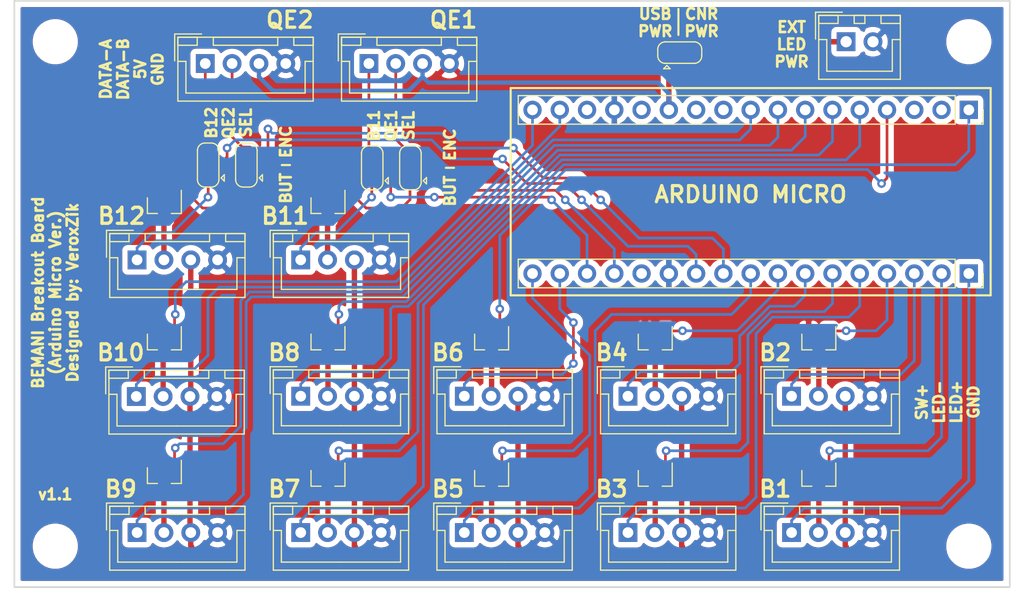
<source format=kicad_pcb>
(kicad_pcb (version 20171130) (host pcbnew "(5.1.2)-2")
  (layers (0 F.Cu signal) (31 B.Cu signal) (34 B.Paste user) (35 F.Paste user) (36 B.SilkS user) (37 F.SilkS user) (38 B.Mask user) (39 F.Mask user) (44 Edge.Cuts user))
  (net 0 "")
  (net 1 GND)
  (net 2 /B7LED)
  (net 3 /B6LED)
  (net 4 /B5LED)
  (net 5 /B4LED)
  (net 6 /B3LED)
  (net 7 /B2LED)
  (net 8 /B1LED)
  (net 9 /B9LED)
  (net 10 /B8LED)
  (net 11 /QE1B)
  (net 12 /PIN0)
  (net 13 /PIN1)
  (net 14 /QE1A)
  (net 15 /B8)
  (net 16 +12V)
  (net 17 /LED+)
  (net 18 /B4)
  (net 19 +5V)
  (net 20 /B9)
  (net 21 /B7)
  (net 22 /B6)
  (net 23 /B3)
  (net 24 /B2)
  (net 25 /B1)
  (net 26 /QE2A)
  (net 27 /QE2B)
  (net 28 /B5)
  (net 29 /PIN3)
  (net 30 /PIN2)
  (net 31 "Net-(J11-Pad2)")
  (net 32 "Net-(J9-Pad2)")
  (net 33 "Net-(J8-Pad2)")
  (net 34 "Net-(J6-Pad2)")
  (net 35 "Net-(J5-Pad2)")
  (net 36 "Net-(J4-Pad2)")
  (net 37 "Net-(J3-Pad2)")
  (net 38 "Net-(J14-Pad2)")
  (net 39 "Net-(J12-Pad2)")
  (net 40 /B12LED)
  (net 41 /B10LED)
  (net 42 "Net-(J16-Pad2)")
  (net 43 "Net-(J17-Pad2)")
  (net 44 /B11LED)
  (net 45 "Net-(J18-Pad2)")
  (net 46 /B12)
  (net 47 /B11)
  (net 48 /B10)
  (net 49 "Net-(J7-Pad11)")
  (net 50 "Net-(J7-Pad10)")
  (net 51 "Net-(J7-Pad3)")
  (net 52 +3V3)
  (net 53 "Net-(J10-Pad13)")
  (net 54 "Net-(J7-Pad13)")
  (net 55 "Net-(J7-Pad15)")
  (module Connector_PinSocket_2.54mm:PinSocket_1x17_P2.54mm_Vertical (layer F.Cu) (at 191.77 97.79 270)
    (fp_text reference J7 hide)
    (fp_text value Conn_01x17)
    (pad 17 thru_hole oval (at 0 40.64 270) (size 1.7 1.7) (drill 1) (layers *.Cu *.Mask) (net 41 /B10LED))
    (pad 16 thru_hole oval (at 0 38.1 270) (size 1.7 1.7) (drill 1) (layers *.Cu *.Mask) (net 48 /B10))
    (pad 15 thru_hole oval (at 0 35.56 270) (size 1.7 1.7) (drill 1) (layers *.Cu *.Mask) (net 55 "Net-(J7-Pad15)"))
    (pad 14 thru_hole oval (at 0 33.02 270) (size 1.7 1.7) (drill 1) (layers *.Cu *.Mask) (net 1 GND))
    (pad 13 thru_hole oval (at 0 30.48 270) (size 1.7 1.7) (drill 1) (layers *.Cu *.Mask) (net 54 "Net-(J7-Pad13)"))
    (pad 12 thru_hole oval (at 0 27.94 270) (size 1.7 1.7) (drill 1) (layers *.Cu *.Mask) (net 19 +5V))
    (pad 11 thru_hole oval (at 0 25.4 270) (size 1.7 1.7) (drill 1) (layers *.Cu *.Mask) (net 49 "Net-(J7-Pad11)"))
    (pad 10 thru_hole oval (at 0 22.86 270) (size 1.7 1.7) (drill 1) (layers *.Cu *.Mask) (net 50 "Net-(J7-Pad10)"))
    (pad 9 thru_hole oval (at 0 20.32 270) (size 1.7 1.7) (drill 1) (layers *.Cu *.Mask) (net 9 /B9LED))
    (pad 8 thru_hole oval (at 0 17.78 270) (size 1.7 1.7) (drill 1) (layers *.Cu *.Mask) (net 20 /B9))
    (pad 7 thru_hole oval (at 0 15.24 270) (size 1.7 1.7) (drill 1) (layers *.Cu *.Mask) (net 10 /B8LED))
    (pad 6 thru_hole oval (at 0 12.7 270) (size 1.7 1.7) (drill 1) (layers *.Cu *.Mask) (net 15 /B8))
    (pad 5 thru_hole oval (at 0 10.16 270) (size 1.7 1.7) (drill 1) (layers *.Cu *.Mask) (net 2 /B7LED))
    (pad 4 thru_hole oval (at 0 7.62 270) (size 1.7 1.7) (drill 1) (layers *.Cu *.Mask) (net 3 /B6LED))
    (pad 3 thru_hole oval (at 0 5.08 270) (size 1.7 1.7) (drill 1) (layers *.Cu *.Mask) (net 51 "Net-(J7-Pad3)"))
    (pad 2 thru_hole oval (at 0 2.54 270) (size 1.7 1.7) (drill 1) (layers *.Cu *.Mask) (net 52 +3V3))
    (pad 1 thru_hole rect (at 0 0 270) (size 1.7 1.7) (drill 1) (layers *.Cu *.Mask) (net 21 /B7))
  )
  (module Connector_PinSocket_2.54mm:PinSocket_1x17_P2.54mm_Vertical (layer F.Cu) (at 191.77 113.03 270)
    (fp_text reference J10 hide)
    (fp_text value Conn_01x17)
    (pad 1 thru_hole rect (at 0 0 270) (size 1.7 1.7) (drill 1) (layers *.Cu *.Mask) (net 25 /B1))
    (pad 2 thru_hole oval (at 0 2.54 270) (size 1.7 1.7) (drill 1) (layers *.Cu *.Mask) (net 8 /B1LED))
    (pad 3 thru_hole oval (at 0 5.08 270) (size 1.7 1.7) (drill 1) (layers *.Cu *.Mask) (net 24 /B2))
    (pad 4 thru_hole oval (at 0 7.62 270) (size 1.7 1.7) (drill 1) (layers *.Cu *.Mask) (net 7 /B2LED))
    (pad 5 thru_hole oval (at 0 10.16 270) (size 1.7 1.7) (drill 1) (layers *.Cu *.Mask) (net 23 /B3))
    (pad 6 thru_hole oval (at 0 12.7 270) (size 1.7 1.7) (drill 1) (layers *.Cu *.Mask) (net 6 /B3LED))
    (pad 7 thru_hole oval (at 0 15.24 270) (size 1.7 1.7) (drill 1) (layers *.Cu *.Mask) (net 18 /B4))
    (pad 8 thru_hole oval (at 0 17.78 270) (size 1.7 1.7) (drill 1) (layers *.Cu *.Mask) (net 5 /B4LED))
    (pad 9 thru_hole oval (at 0 20.32 270) (size 1.7 1.7) (drill 1) (layers *.Cu *.Mask) (net 28 /B5))
    (pad 10 thru_hole oval (at 0 22.86 270) (size 1.7 1.7) (drill 1) (layers *.Cu *.Mask) (net 29 /PIN3))
    (pad 11 thru_hole oval (at 0 25.4 270) (size 1.7 1.7) (drill 1) (layers *.Cu *.Mask) (net 30 /PIN2))
    (pad 12 thru_hole oval (at 0 27.94 270) (size 1.7 1.7) (drill 1) (layers *.Cu *.Mask) (net 1 GND))
    (pad 13 thru_hole oval (at 0 30.48 270) (size 1.7 1.7) (drill 1) (layers *.Cu *.Mask) (net 53 "Net-(J10-Pad13)"))
    (pad 14 thru_hole oval (at 0 33.02 270) (size 1.7 1.7) (drill 1) (layers *.Cu *.Mask) (net 12 /PIN0))
    (pad 15 thru_hole oval (at 0 35.56 270) (size 1.7 1.7) (drill 1) (layers *.Cu *.Mask) (net 13 /PIN1))
    (pad 16 thru_hole oval (at 0 38.1 270) (size 1.7 1.7) (drill 1) (layers *.Cu *.Mask) (net 22 /B6))
    (pad 17 thru_hole oval (at 0 40.64 270) (size 1.7 1.7) (drill 1) (layers *.Cu *.Mask) (net 4 /B5LED))
  )
  (module Connectors_JST:JST_XH_B04B-XH-A_04x2.50mm_Straight (layer F.Cu) (at 114.3 111.76)
    (fp_text reference J17 hide)
    (fp_text value Conn_01x04)
    (pad 1 thru_hole rect (at 0 0) (size 1.75 1.75) (drill 1) (layers *.Cu *.Mask) (net 46 /B12))
    (pad 2 thru_hole circle (at 2.5 0) (size 1.75 1.75) (drill 1) (layers *.Cu *.Mask) (net 43 "Net-(J17-Pad2)"))
    (pad 3 thru_hole circle (at 5 0) (size 1.75 1.75) (drill 1) (layers *.Cu *.Mask) (net 17 /LED+))
    (pad 4 thru_hole circle (at 7.5 0) (size 1.75 1.75) (drill 1) (layers *.Cu *.Mask) (net 1 GND))
  )
  (module Connectors_JST:JST_XH_B04B-XH-A_04x2.50mm_Straight (layer F.Cu) (at 129.54 124.46)
    (fp_text reference J16 hide)
    (fp_text value Conn_01x04)
    (pad 4 thru_hole circle (at 7.5 0) (size 1.75 1.75) (drill 1) (layers *.Cu *.Mask) (net 1 GND))
    (pad 3 thru_hole circle (at 5 0) (size 1.75 1.75) (drill 1) (layers *.Cu *.Mask) (net 17 /LED+))
    (pad 2 thru_hole circle (at 2.5 0) (size 1.75 1.75) (drill 1) (layers *.Cu *.Mask) (net 42 "Net-(J16-Pad2)"))
    (pad 1 thru_hole rect (at 0 0) (size 1.75 1.75) (drill 1) (layers *.Cu *.Mask) (net 15 /B8))
  )
  (module Connectors_JST:JST_XH_B04B-XH-A_04x2.50mm_Straight (layer F.Cu) (at 114.227001 124.483001)
    (fp_text reference J14 hide)
    (fp_text value Conn_01x04)
    (pad 1 thru_hole rect (at 0 0) (size 1.75 1.75) (drill 1) (layers *.Cu *.Mask) (net 48 /B10))
    (pad 2 thru_hole circle (at 2.5 0) (size 1.75 1.75) (drill 1) (layers *.Cu *.Mask) (net 38 "Net-(J14-Pad2)"))
    (pad 3 thru_hole circle (at 5 0) (size 1.75 1.75) (drill 1) (layers *.Cu *.Mask) (net 17 /LED+))
    (pad 4 thru_hole circle (at 7.5 0) (size 1.75 1.75) (drill 1) (layers *.Cu *.Mask) (net 1 GND))
  )
  (module Connectors_JST:JST_XH_B04B-XH-A_04x2.50mm_Straight (layer F.Cu) (at 129.54 111.76)
    (fp_text reference J12 hide)
    (fp_text value Conn_01x04)
    (pad 4 thru_hole circle (at 7.5 0) (size 1.75 1.75) (drill 1) (layers *.Cu *.Mask) (net 1 GND))
    (pad 3 thru_hole circle (at 5 0) (size 1.75 1.75) (drill 1) (layers *.Cu *.Mask) (net 17 /LED+))
    (pad 2 thru_hole circle (at 2.5 0) (size 1.75 1.75) (drill 1) (layers *.Cu *.Mask) (net 39 "Net-(J12-Pad2)"))
    (pad 1 thru_hole rect (at 0 0) (size 1.75 1.75) (drill 1) (layers *.Cu *.Mask) (net 47 /B11))
  )
  (module TO_SOT_Packages_SMD:SOT-23 (layer F.Cu) (at 116.84 119.38 270)
    (fp_text reference Q9 hide)
    (fp_text value Si2302CDS)
    (pad 1 smd rect (at -1 -0.95 270) (size 0.9 0.8) (layers F.Cu F.Paste F.Mask) (net 41 /B10LED))
    (pad 2 smd rect (at -1 0.95 270) (size 0.9 0.8) (layers F.Cu F.Paste F.Mask) (net 1 GND))
    (pad 3 smd rect (at 1 0 270) (size 0.9 0.8) (layers F.Cu F.Paste F.Mask) (net 38 "Net-(J14-Pad2)"))
  )
  (module TO_SOT_Packages_SMD:SOT-23 (layer F.Cu) (at 116.84 131.826 270)
    (fp_text reference Q12 hide)
    (fp_text value Si2302CDS)
    (pad 3 smd rect (at 1 0 270) (size 0.9 0.8) (layers F.Cu F.Paste F.Mask) (net 45 "Net-(J18-Pad2)"))
    (pad 2 smd rect (at -1 0.95 270) (size 0.9 0.8) (layers F.Cu F.Paste F.Mask) (net 1 GND))
    (pad 1 smd rect (at -1 -0.95 270) (size 0.9 0.8) (layers F.Cu F.Paste F.Mask) (net 9 /B9LED))
  )
  (module TO_SOT_Packages_SMD:SOT-23 (layer F.Cu) (at 116.84 106.68 270)
    (fp_text reference Q11 hide)
    (fp_text value Si2302CDS)
    (pad 1 smd rect (at -1 -0.95 270) (size 0.9 0.8) (layers F.Cu F.Paste F.Mask) (net 40 /B12LED))
    (pad 2 smd rect (at -1 0.95 270) (size 0.9 0.8) (layers F.Cu F.Paste F.Mask) (net 1 GND))
    (pad 3 smd rect (at 1 0 270) (size 0.9 0.8) (layers F.Cu F.Paste F.Mask) (net 43 "Net-(J17-Pad2)"))
  )
  (module TO_SOT_Packages_SMD:SOT-23 (layer F.Cu) (at 132.08 106.68 270)
    (fp_text reference Q8 hide)
    (fp_text value Si2302CDS)
    (pad 3 smd rect (at 1 0 270) (size 0.9 0.8) (layers F.Cu F.Paste F.Mask) (net 39 "Net-(J12-Pad2)"))
    (pad 2 smd rect (at -1 0.95 270) (size 0.9 0.8) (layers F.Cu F.Paste F.Mask) (net 1 GND))
    (pad 1 smd rect (at -1 -0.95 270) (size 0.9 0.8) (layers F.Cu F.Paste F.Mask) (net 44 /B11LED))
  )
  (module Jumper:SolderJumper-3_P1.3mm_Open_RoundedPad1.0x1.5mm (layer F.Cu) (at 124.477356 102.927742 90)
    (fp_text reference JP5 hide)
    (fp_text value SolderJumper_3_Open)
    (pad 1 smd custom (at -1.3 0 90) (size 1 0.5) (layers F.Cu F.Mask) (net 40 /B12LED) (options (clearance outline) (anchor rect)) (primitives (gr_circle (center 0 0.25) (end 0.5 0.25) (width 0)) (gr_circle (center 0 -0.25) (end 0.5 -0.25) (width 0)) (gr_poly (pts (xy 0.55 -0.75) (xy 0 -0.75) (xy 0 0.75) (xy 0.55 0.75)) (width 0))))
    (pad 3 smd custom (at 1.3 0 90) (size 1 0.5) (layers F.Cu F.Mask) (net 27 /QE2B) (options (clearance outline) (anchor rect)) (primitives (gr_circle (center 0 0.25) (end 0.5 0.25) (width 0)) (gr_circle (center 0 -0.25) (end 0.5 -0.25) (width 0)) (gr_poly (pts (xy -0.55 -0.75) (xy 0 -0.75) (xy 0 0.75) (xy -0.55 0.75)) (width 0))))
    (pad 2 smd rect (at 0 0 90) (size 1 1.5) (layers F.Cu F.Mask) (net 29 /PIN3))
  )
  (module Connectors_JST:JST_XH_B02B-XH-A_02x2.50mm_Straight (layer F.Cu) (at 180.34 91.44)
    (fp_text reference J13 hide)
    (fp_text value Conn_01x02)
    (pad 2 thru_hole circle (at 2.5 0) (size 1.75 1.75) (drill 1.05) (layers *.Cu *.Mask) (net 1 GND))
    (pad 1 thru_hole rect (at 0 0) (size 1.75 1.75) (drill 1.05) (layers *.Cu *.Mask) (net 16 +12V))
  )
  (module Connectors_JST:JST_XH_B04B-XH-A_04x2.50mm_Straight (layer F.Cu) (at 144.78 137.16)
    (fp_text reference J8 hide)
    (fp_text value Conn_01x04)
    (pad 4 thru_hole circle (at 7.5 0) (size 1.75 1.75) (drill 1) (layers *.Cu *.Mask) (net 1 GND))
    (pad 3 thru_hole circle (at 5 0) (size 1.75 1.75) (drill 1) (layers *.Cu *.Mask) (net 17 /LED+))
    (pad 2 thru_hole circle (at 2.5 0) (size 1.75 1.75) (drill 1) (layers *.Cu *.Mask) (net 33 "Net-(J8-Pad2)"))
    (pad 1 thru_hole rect (at 0 0) (size 1.75 1.75) (drill 1) (layers *.Cu *.Mask) (net 28 /B5))
  )
  (module Connectors_JST:JST_XH_B04B-XH-A_04x2.50mm_Straight (layer F.Cu) (at 120.65 93.472)
    (fp_text reference J2 hide)
    (fp_text value Conn_01x04)
    (pad 4 thru_hole circle (at 7.5 0) (size 1.75 1.75) (drill 1) (layers *.Cu *.Mask) (net 1 GND))
    (pad 3 thru_hole circle (at 5 0) (size 1.75 1.75) (drill 1) (layers *.Cu *.Mask) (net 19 +5V))
    (pad 2 thru_hole circle (at 2.5 0) (size 1.75 1.75) (drill 1) (layers *.Cu *.Mask) (net 27 /QE2B))
    (pad 1 thru_hole rect (at 0 0) (size 1.75 1.75) (drill 1) (layers *.Cu *.Mask) (net 26 /QE2A))
  )
  (module Connectors_JST:JST_XH_B04B-XH-A_04x2.50mm_Straight (layer F.Cu) (at 175.26 137.16)
    (fp_text reference J3 hide)
    (fp_text value Conn_01x04)
    (pad 4 thru_hole circle (at 7.5 0) (size 1.75 1.75) (drill 1) (layers *.Cu *.Mask) (net 1 GND))
    (pad 3 thru_hole circle (at 5 0) (size 1.75 1.75) (drill 1) (layers *.Cu *.Mask) (net 17 /LED+))
    (pad 2 thru_hole circle (at 2.5 0) (size 1.75 1.75) (drill 1) (layers *.Cu *.Mask) (net 37 "Net-(J3-Pad2)"))
    (pad 1 thru_hole rect (at 0 0) (size 1.75 1.75) (drill 1) (layers *.Cu *.Mask) (net 25 /B1))
  )
  (module Connectors_JST:JST_XH_B04B-XH-A_04x2.50mm_Straight (layer F.Cu) (at 175.26 124.46)
    (fp_text reference J4 hide)
    (fp_text value Conn_01x04)
    (pad 1 thru_hole rect (at 0 0) (size 1.75 1.75) (drill 1) (layers *.Cu *.Mask) (net 24 /B2))
    (pad 2 thru_hole circle (at 2.5 0) (size 1.75 1.75) (drill 1) (layers *.Cu *.Mask) (net 36 "Net-(J4-Pad2)"))
    (pad 3 thru_hole circle (at 5 0) (size 1.75 1.75) (drill 1) (layers *.Cu *.Mask) (net 17 /LED+))
    (pad 4 thru_hole circle (at 7.5 0) (size 1.75 1.75) (drill 1) (layers *.Cu *.Mask) (net 1 GND))
  )
  (module Connectors_JST:JST_XH_B04B-XH-A_04x2.50mm_Straight (layer F.Cu) (at 160.02 137.16)
    (fp_text reference J5 hide)
    (fp_text value Conn_01x04)
    (pad 4 thru_hole circle (at 7.5 0) (size 1.75 1.75) (drill 1) (layers *.Cu *.Mask) (net 1 GND))
    (pad 3 thru_hole circle (at 5 0) (size 1.75 1.75) (drill 1) (layers *.Cu *.Mask) (net 17 /LED+))
    (pad 2 thru_hole circle (at 2.5 0) (size 1.75 1.75) (drill 1) (layers *.Cu *.Mask) (net 35 "Net-(J5-Pad2)"))
    (pad 1 thru_hole rect (at 0 0) (size 1.75 1.75) (drill 1) (layers *.Cu *.Mask) (net 23 /B3))
  )
  (module Connectors_JST:JST_XH_B04B-XH-A_04x2.50mm_Straight (layer F.Cu) (at 144.78 124.46)
    (fp_text reference J9 hide)
    (fp_text value Conn_01x04)
    (pad 1 thru_hole rect (at 0 0) (size 1.75 1.75) (drill 1) (layers *.Cu *.Mask) (net 22 /B6))
    (pad 2 thru_hole circle (at 2.5 0) (size 1.75 1.75) (drill 1) (layers *.Cu *.Mask) (net 32 "Net-(J9-Pad2)"))
    (pad 3 thru_hole circle (at 5 0) (size 1.75 1.75) (drill 1) (layers *.Cu *.Mask) (net 17 /LED+))
    (pad 4 thru_hole circle (at 7.5 0) (size 1.75 1.75) (drill 1) (layers *.Cu *.Mask) (net 1 GND))
  )
  (module Connectors_JST:JST_XH_B04B-XH-A_04x2.50mm_Straight (layer F.Cu) (at 129.54 137.16)
    (fp_text reference J11 hide)
    (fp_text value Conn_01x04)
    (pad 4 thru_hole circle (at 7.5 0) (size 1.75 1.75) (drill 1) (layers *.Cu *.Mask) (net 1 GND))
    (pad 3 thru_hole circle (at 5 0) (size 1.75 1.75) (drill 1) (layers *.Cu *.Mask) (net 17 /LED+))
    (pad 2 thru_hole circle (at 2.5 0) (size 1.75 1.75) (drill 1) (layers *.Cu *.Mask) (net 31 "Net-(J11-Pad2)"))
    (pad 1 thru_hole rect (at 0 0) (size 1.75 1.75) (drill 1) (layers *.Cu *.Mask) (net 21 /B7))
  )
  (module Connectors_JST:JST_XH_B04B-XH-A_04x2.50mm_Straight (layer F.Cu) (at 114.3 137.16)
    (fp_text reference J18 hide)
    (fp_text value Conn_01x04)
    (pad 4 thru_hole circle (at 7.5 0) (size 1.75 1.75) (drill 1) (layers *.Cu *.Mask) (net 1 GND))
    (pad 3 thru_hole circle (at 5 0) (size 1.75 1.75) (drill 1) (layers *.Cu *.Mask) (net 17 /LED+))
    (pad 2 thru_hole circle (at 2.5 0) (size 1.75 1.75) (drill 1) (layers *.Cu *.Mask) (net 45 "Net-(J18-Pad2)"))
    (pad 1 thru_hole rect (at 0 0) (size 1.75 1.75) (drill 1) (layers *.Cu *.Mask) (net 20 /B9))
  )
  (module Connectors_JST:JST_XH_B04B-XH-A_04x2.50mm_Straight (layer F.Cu) (at 135.89 93.472)
    (fp_text reference J1 hide)
    (fp_text value Conn_01x04)
    (pad 1 thru_hole rect (at 0 0) (size 1.75 1.75) (drill 1) (layers *.Cu *.Mask) (net 14 /QE1A))
    (pad 2 thru_hole circle (at 2.5 0) (size 1.75 1.75) (drill 1) (layers *.Cu *.Mask) (net 11 /QE1B))
    (pad 3 thru_hole circle (at 5 0) (size 1.75 1.75) (drill 1) (layers *.Cu *.Mask) (net 19 +5V))
    (pad 4 thru_hole circle (at 7.5 0) (size 1.75 1.75) (drill 1) (layers *.Cu *.Mask) (net 1 GND))
  )
  (module Connectors_JST:JST_XH_B04B-XH-A_04x2.50mm_Straight (layer F.Cu) (at 160.02 124.46)
    (fp_text reference J6 hide)
    (fp_text value Conn_01x04)
    (pad 4 thru_hole circle (at 7.5 0) (size 1.75 1.75) (drill 1) (layers *.Cu *.Mask) (net 1 GND))
    (pad 3 thru_hole circle (at 5 0) (size 1.75 1.75) (drill 1) (layers *.Cu *.Mask) (net 17 /LED+))
    (pad 2 thru_hole circle (at 2.5 0) (size 1.75 1.75) (drill 1) (layers *.Cu *.Mask) (net 34 "Net-(J6-Pad2)"))
    (pad 1 thru_hole rect (at 0 0) (size 1.75 1.75) (drill 1) (layers *.Cu *.Mask) (net 18 /B4))
  )
  (module Jumper:SolderJumper-3_P1.3mm_Open_RoundedPad1.0x1.5mm (layer F.Cu) (at 136.200666 103.187773 90)
    (fp_text reference JP2 hide)
    (fp_text value SolderJumper_3_Open)
    (pad 2 smd rect (at 0 0 90) (size 1 1.5) (layers F.Cu F.Mask) (net 13 /PIN1))
    (pad 3 smd custom (at 1.3 0 90) (size 1 0.5) (layers F.Cu F.Mask) (net 14 /QE1A) (options (clearance outline) (anchor rect)) (primitives (gr_circle (center 0 0.25) (end 0.5 0.25) (width 0)) (gr_circle (center 0 -0.25) (end 0.5 -0.25) (width 0)) (gr_poly (pts (xy -0.55 -0.75) (xy 0 -0.75) (xy 0 0.75) (xy -0.55 0.75)) (width 0))))
    (pad 1 smd custom (at -1.3 0 90) (size 1 0.5) (layers F.Cu F.Mask) (net 47 /B11) (options (clearance outline) (anchor rect)) (primitives (gr_circle (center 0 0.25) (end 0.5 0.25) (width 0)) (gr_circle (center 0 -0.25) (end 0.5 -0.25) (width 0)) (gr_poly (pts (xy 0.55 -0.75) (xy 0 -0.75) (xy 0 0.75) (xy 0.55 0.75)) (width 0))))
  )
  (module Jumper:SolderJumper-3_P1.3mm_Open_RoundedPad1.0x1.5mm (layer F.Cu) (at 164.846 92.456)
    (fp_text reference JP1 hide)
    (fp_text value SolderJumper_3_Open)
    (pad 1 smd custom (at -1.3 0) (size 1 0.5) (layers F.Cu F.Mask) (net 19 +5V) (options (clearance outline) (anchor rect)) (primitives (gr_circle (center 0 0.25) (end 0.5 0.25) (width 0)) (gr_circle (center 0 -0.25) (end 0.5 -0.25) (width 0)) (gr_poly (pts (xy 0.55 -0.75) (xy 0 -0.75) (xy 0 0.75) (xy 0.55 0.75)) (width 0))))
    (pad 3 smd custom (at 1.3 0) (size 1 0.5) (layers F.Cu F.Mask) (net 16 +12V) (options (clearance outline) (anchor rect)) (primitives (gr_circle (center 0 0.25) (end 0.5 0.25) (width 0)) (gr_circle (center 0 -0.25) (end 0.5 -0.25) (width 0)) (gr_poly (pts (xy -0.55 -0.75) (xy 0 -0.75) (xy 0 0.75) (xy -0.55 0.75)) (width 0))))
    (pad 2 smd rect (at 0 0) (size 1 1.5) (layers F.Cu F.Mask) (net 17 /LED+))
  )
  (module Jumper:SolderJumper-3_P1.3mm_Open_RoundedPad1.0x1.5mm (layer F.Cu) (at 120.921356 102.927742 90)
    (fp_text reference JP4 hide)
    (fp_text value SolderJumper_3_Open)
    (pad 2 smd rect (at 0 0 90) (size 1 1.5) (layers F.Cu F.Mask) (net 30 /PIN2))
    (pad 3 smd custom (at 1.3 0 90) (size 1 0.5) (layers F.Cu F.Mask) (net 26 /QE2A) (options (clearance outline) (anchor rect)) (primitives (gr_circle (center 0 0.25) (end 0.5 0.25) (width 0)) (gr_circle (center 0 -0.25) (end 0.5 -0.25) (width 0)) (gr_poly (pts (xy -0.55 -0.75) (xy 0 -0.75) (xy 0 0.75) (xy -0.55 0.75)) (width 0))))
    (pad 1 smd custom (at -1.3 0 90) (size 1 0.5) (layers F.Cu F.Mask) (net 46 /B12) (options (clearance outline) (anchor rect)) (primitives (gr_circle (center 0 0.25) (end 0.5 0.25) (width 0)) (gr_circle (center 0 -0.25) (end 0.5 -0.25) (width 0)) (gr_poly (pts (xy 0.55 -0.75) (xy 0 -0.75) (xy 0 0.75) (xy 0.55 0.75)) (width 0))))
  )
  (module Jumper:SolderJumper-3_P1.3mm_Open_RoundedPad1.0x1.5mm (layer F.Cu) (at 139.756666 103.187773 90)
    (fp_text reference JP3 hide)
    (fp_text value SolderJumper_3_Open)
    (pad 1 smd custom (at -1.3 0 90) (size 1 0.5) (layers F.Cu F.Mask) (net 44 /B11LED) (options (clearance outline) (anchor rect)) (primitives (gr_circle (center 0 0.25) (end 0.5 0.25) (width 0)) (gr_circle (center 0 -0.25) (end 0.5 -0.25) (width 0)) (gr_poly (pts (xy 0.55 -0.75) (xy 0 -0.75) (xy 0 0.75) (xy 0.55 0.75)) (width 0))))
    (pad 3 smd custom (at 1.3 0 90) (size 1 0.5) (layers F.Cu F.Mask) (net 11 /QE1B) (options (clearance outline) (anchor rect)) (primitives (gr_circle (center 0 0.25) (end 0.5 0.25) (width 0)) (gr_circle (center 0 -0.25) (end 0.5 -0.25) (width 0)) (gr_poly (pts (xy -0.55 -0.75) (xy 0 -0.75) (xy 0 0.75) (xy -0.55 0.75)) (width 0))))
    (pad 2 smd rect (at 0 0 90) (size 1 1.5) (layers F.Cu F.Mask) (net 12 /PIN0))
  )
  (module Mounting_Holes:MountingHole_3.2mm_M3 (layer F.Cu) (at 106.68 138.43)
    (fp_text reference MH1 hide)
    (fp_text value MountingHole)
    (pad 1 np_thru_hole circle (at 0 0) (size 3.2 3.2) (drill 3.2) (layers *.Cu *.Mask))
  )
  (module Mounting_Holes:MountingHole_3.2mm_M3 (layer F.Cu) (at 106.68 91.44)
    (fp_text reference MH2 hide)
    (fp_text value MountingHole)
    (pad 1 np_thru_hole circle (at 0 0) (size 3.2 3.2) (drill 3.2) (layers *.Cu *.Mask))
  )
  (module Mounting_Holes:MountingHole_3.2mm_M3 (layer F.Cu) (at 191.77 138.43)
    (fp_text reference MH3 hide)
    (fp_text value MountingHole)
    (pad 1 np_thru_hole circle (at 0 0) (size 3.2 3.2) (drill 3.2) (layers *.Cu *.Mask))
  )
  (module Mounting_Holes:MountingHole_3.2mm_M3 (layer F.Cu) (at 191.77 91.44)
    (fp_text reference MH4 hide)
    (fp_text value MountingHole)
    (pad 1 np_thru_hole circle (at 0 0) (size 3.2 3.2) (drill 3.2) (layers *.Cu *.Mask))
  )
  (module TO_SOT_Packages_SMD:SOT-23 (layer F.Cu) (at 132.08 119.38 270)
    (fp_text reference Q10 hide)
    (fp_text value Si2302CDS)
    (pad 3 smd rect (at 1 0 270) (size 0.9 0.8) (layers F.Cu F.Paste F.Mask) (net 42 "Net-(J16-Pad2)"))
    (pad 2 smd rect (at -1 0.95 270) (size 0.9 0.8) (layers F.Cu F.Paste F.Mask) (net 1 GND))
    (pad 1 smd rect (at -1 -0.95 270) (size 0.9 0.8) (layers F.Cu F.Paste F.Mask) (net 10 /B8LED))
  )
  (module TO_SOT_Packages_SMD:SOT-23 (layer F.Cu) (at 177.8 132.08 270)
    (fp_text reference Q1 hide)
    (fp_text value Si2302CDS)
    (pad 3 smd rect (at 1 0 270) (size 0.9 0.8) (layers F.Cu F.Paste F.Mask) (net 37 "Net-(J3-Pad2)"))
    (pad 2 smd rect (at -1 0.95 270) (size 0.9 0.8) (layers F.Cu F.Paste F.Mask) (net 1 GND))
    (pad 1 smd rect (at -1 -0.95 270) (size 0.9 0.8) (layers F.Cu F.Paste F.Mask) (net 8 /B1LED))
  )
  (module TO_SOT_Packages_SMD:SOT-23 (layer F.Cu) (at 177.8 119.38 270)
    (fp_text reference Q2 hide)
    (fp_text value Si2302CDS)
    (pad 1 smd rect (at -1 -0.95 270) (size 0.9 0.8) (layers F.Cu F.Paste F.Mask) (net 7 /B2LED))
    (pad 2 smd rect (at -1 0.95 270) (size 0.9 0.8) (layers F.Cu F.Paste F.Mask) (net 1 GND))
    (pad 3 smd rect (at 1 0 270) (size 0.9 0.8) (layers F.Cu F.Paste F.Mask) (net 36 "Net-(J4-Pad2)"))
  )
  (module TO_SOT_Packages_SMD:SOT-23 (layer F.Cu) (at 162.56 132.08 270)
    (fp_text reference Q3 hide)
    (fp_text value Si2302CDS)
    (pad 3 smd rect (at 1 0 270) (size 0.9 0.8) (layers F.Cu F.Paste F.Mask) (net 35 "Net-(J5-Pad2)"))
    (pad 2 smd rect (at -1 0.95 270) (size 0.9 0.8) (layers F.Cu F.Paste F.Mask) (net 1 GND))
    (pad 1 smd rect (at -1 -0.95 270) (size 0.9 0.8) (layers F.Cu F.Paste F.Mask) (net 6 /B3LED))
  )
  (module TO_SOT_Packages_SMD:SOT-23 (layer F.Cu) (at 162.56 119.38 270)
    (fp_text reference Q4 hide)
    (fp_text value Si2302CDS)
    (pad 1 smd rect (at -1 -0.95 270) (size 0.9 0.8) (layers F.Cu F.Paste F.Mask) (net 5 /B4LED))
    (pad 2 smd rect (at -1 0.95 270) (size 0.9 0.8) (layers F.Cu F.Paste F.Mask) (net 1 GND))
    (pad 3 smd rect (at 1 0 270) (size 0.9 0.8) (layers F.Cu F.Paste F.Mask) (net 34 "Net-(J6-Pad2)"))
  )
  (module TO_SOT_Packages_SMD:SOT-23 (layer F.Cu) (at 147.32 132.08 270)
    (fp_text reference Q5 hide)
    (fp_text value Si2302CDS)
    (pad 3 smd rect (at 1 0 270) (size 0.9 0.8) (layers F.Cu F.Paste F.Mask) (net 33 "Net-(J8-Pad2)"))
    (pad 2 smd rect (at -1 0.95 270) (size 0.9 0.8) (layers F.Cu F.Paste F.Mask) (net 1 GND))
    (pad 1 smd rect (at -1 -0.95 270) (size 0.9 0.8) (layers F.Cu F.Paste F.Mask) (net 4 /B5LED))
  )
  (module TO_SOT_Packages_SMD:SOT-23 (layer F.Cu) (at 147.32 119.38 270)
    (fp_text reference Q6 hide)
    (fp_text value Si2302CDS)
    (pad 1 smd rect (at -1 -0.95 270) (size 0.9 0.8) (layers F.Cu F.Paste F.Mask) (net 3 /B6LED))
    (pad 2 smd rect (at -1 0.95 270) (size 0.9 0.8) (layers F.Cu F.Paste F.Mask) (net 1 GND))
    (pad 3 smd rect (at 1 0 270) (size 0.9 0.8) (layers F.Cu F.Paste F.Mask) (net 32 "Net-(J9-Pad2)"))
  )
  (module TO_SOT_Packages_SMD:SOT-23 (layer F.Cu) (at 132.08 132.08 270)
    (fp_text reference Q7 hide)
    (fp_text value Si2302CDS)
    (pad 3 smd rect (at 1 0 270) (size 0.9 0.8) (layers F.Cu F.Paste F.Mask) (net 31 "Net-(J11-Pad2)"))
    (pad 2 smd rect (at -1 0.95 270) (size 0.9 0.8) (layers F.Cu F.Paste F.Mask) (net 1 GND))
    (pad 1 smd rect (at -1 -0.95 270) (size 0.9 0.8) (layers F.Cu F.Paste F.Mask) (net 2 /B7LED))
  )
  (gr_text "SW+\nLED-\nLED+\nGND" (at 189.8 125 90) (layer F.SilkS) (effects (font (size 1 1) (thickness 0.25))))
  (gr_text "DATA-A\nDATA-B\n5V\nGND" (at 113.8 94 90) (layer F.SilkS) (effects (font (size 1 1) (thickness 0.25))))
  (gr_text v1.1 (at 106.68 133.604) (layer F.SilkS) (effects (font (size 1 1) (thickness 0.25))))
  (gr_text B11 (at 128.088999 107.672999) (layer F.SilkS) (effects (font (size 1.5 1.5) (thickness 0.3))))
  (gr_text B12 (at 112.848999 107.672999) (layer F.SilkS) (effects (font (size 1.5 1.5) (thickness 0.3))))
  (gr_text B10 (at 112.776 120.396) (layer F.SilkS) (effects (font (size 1.5 1.5) (thickness 0.3))))
  (gr_line (start 127.779356 102.927742) (end 128.541356 102.927742) (layer F.SilkS) (width 0.2))
  (gr_text BUT (at 128.160356 105.086742 90) (layer F.SilkS) (effects (font (size 1 1) (thickness 0.25))))
  (gr_text ENC (at 128.160356 100.768742 90) (layer F.SilkS) (effects (font (size 1 1) (thickness 0.25))))
  (gr_text "EXT\nLED\nPWR" (at 175.26 91.694) (layer F.SilkS) (effects (font (size 1 1) (thickness 0.25))))
  (gr_text "B12\nQE2\nSEL" (at 122.826356 98.990742 90) (layer F.SilkS) (effects (font (size 1 1) (thickness 0.25))))
  (gr_text "B11\nQE1\nSEL" (at 137.978666 99.250773 90) (layer F.SilkS) (effects (font (size 1 1) (thickness 0.25))))
  (gr_text BUT (at 143.439666 105.346773 90) (layer F.SilkS) (effects (font (size 1 1) (thickness 0.25))))
  (gr_text ENC (at 143.439666 101.028773 90) (layer F.SilkS) (effects (font (size 1 1) (thickness 0.25))))
  (gr_line (start 143.058666 103.187773) (end 143.820666 103.187773) (layer F.SilkS) (width 0.2))
  (gr_line (start 164.719 88.392) (end 164.719 90.805) (layer F.SilkS) (width 0.2))
  (gr_text "CNR\nPWR" (at 166.878 89.662) (layer F.SilkS) (effects (font (size 1 1) (thickness 0.25))))
  (gr_text "USB\nPWR" (at 162.56 89.662) (layer F.SilkS) (effects (font (size 1 1) (thickness 0.25))))
  (gr_text "BEMANI Breakout Board\n(Arduino Micro Ver.)\nDesigned by: VeroxZik" (at 106.68 114.808 90) (layer F.SilkS) (effects (font (size 1 1) (thickness 0.25))))
  (gr_text QE2 (at 128.524 89.408) (layer F.SilkS) (effects (font (size 1.5 1.5) (thickness 0.3))))
  (gr_text QE1 (at 143.764 89.408) (layer F.SilkS) (effects (font (size 1.5 1.5) (thickness 0.3))))
  (gr_text B9 (at 112.776 133.096) (layer F.SilkS) (effects (font (size 1.5 1.5) (thickness 0.3))))
  (gr_text B8 (at 128.016 120.396) (layer F.SilkS) (effects (font (size 1.5 1.5) (thickness 0.3))))
  (gr_text B7 (at 128.016 133.096) (layer F.SilkS) (effects (font (size 1.5 1.5) (thickness 0.3))))
  (gr_text B6 (at 143.256 120.396) (layer F.SilkS) (effects (font (size 1.5 1.5) (thickness 0.3))))
  (gr_text B5 (at 143.256 133.096) (layer F.SilkS) (effects (font (size 1.5 1.5) (thickness 0.3))))
  (gr_text B4 (at 158.496 120.396) (layer F.SilkS) (effects (font (size 1.5 1.5) (thickness 0.3))))
  (gr_text B3 (at 158.496 133.096) (layer F.SilkS) (effects (font (size 1.5 1.5) (thickness 0.3))))
  (gr_text B2 (at 173.736 120.396) (layer F.SilkS) (effects (font (size 1.5 1.5) (thickness 0.3))))
  (gr_text B1 (at 173.736 133.096) (layer F.SilkS) (effects (font (size 1.5 1.5) (thickness 0.3))))
  (gr_line (start 149.098 115.062) (end 149.098 95.758) (layer F.SilkS) (width 0.2))
  (gr_line (start 193.802 115.062) (end 149.098 115.062) (layer F.SilkS) (width 0.2))
  (gr_line (start 193.802 95.758) (end 193.802 115.062) (layer F.SilkS) (width 0.2))
  (gr_line (start 149.098 95.758) (end 193.802 95.758) (layer F.SilkS) (width 0.2))
  (gr_text "ARDUINO MICRO" (at 171.45 105.664) (layer F.SilkS) (effects (font (size 1.5 1.5) (thickness 0.3))))
  (gr_line (start 102.87 142.24) (end 102.87 87.63) (layer Edge.Cuts) (width 0.15))
  (gr_line (start 195.58 142.24) (end 102.87 142.24) (layer Edge.Cuts) (width 0.15))
  (gr_line (start 195.58 87.63) (end 195.58 142.24) (layer Edge.Cuts) (width 0.15))
  (gr_line (start 102.87 87.63) (end 195.58 87.63) (layer Edge.Cuts) (width 0.15))
  (via (at 133.096 129.54) (size 0.8) (drill 0.4) (layers F.Cu B.Cu) (net 2))
  (segment (start 133.03 131.08) (end 133.03 129.606) (width 0.25) (layer F.Cu) (net 2))
  (segment (start 133.03 129.606) (end 133.096 129.54) (width 0.25) (layer F.Cu) (net 2))
  (segment (start 138.684 129.54) (end 140.462 127.762) (width 0.25) (layer B.Cu) (net 2))
  (segment (start 133.096 129.54) (end 138.684 129.54) (width 0.25) (layer B.Cu) (net 2))
  (segment (start 140.462 127.762) (end 140.462 115.82682) (width 0.25) (layer B.Cu) (net 2))
  (segment (start 140.462 115.82682) (end 153.84538 102.44344) (width 0.25) (layer B.Cu) (net 2))
  (segment (start 181.61 101.17344) (end 180.34 102.44344) (width 0.25) (layer B.Cu) (net 2))
  (segment (start 181.61 97.79) (end 181.61 101.17344) (width 0.25) (layer B.Cu) (net 2))
  (segment (start 153.84538 102.44344) (end 180.34 102.44344) (width 0.25) (layer B.Cu) (net 2))
  (segment (start 150.259999 107.301641) (end 154.21818 103.34346) (width 0.25) (layer B.Cu) (net 3))
  (segment (start 150.259999 107.301641) (end 148.08482 109.47682) (width 0.25) (layer B.Cu) (net 3))
  (via (at 148.082 116.332) (size 0.8) (drill 0.4) (layers F.Cu B.Cu) (net 3))
  (segment (start 148.08482 109.47682) (end 148.082 109.47964) (width 0.25) (layer B.Cu) (net 3))
  (segment (start 148.082 109.47964) (end 148.082 116.332) (width 0.25) (layer B.Cu) (net 3))
  (segment (start 148.082 118.192) (end 148.27 118.38) (width 0.25) (layer F.Cu) (net 3))
  (segment (start 148.082 116.332) (end 148.082 118.192) (width 0.25) (layer F.Cu) (net 3))
  (via (at 183.642 104.648) (size 0.8) (drill 0.4) (layers F.Cu B.Cu) (net 3))
  (segment (start 184.15 97.79) (end 184.15 104.14) (width 0.25) (layer F.Cu) (net 3))
  (segment (start 184.15 104.14) (end 183.642 104.648) (width 0.25) (layer F.Cu) (net 3))
  (segment (start 182.33746 103.34346) (end 181.864 103.34346) (width 0.25) (layer B.Cu) (net 3))
  (segment (start 183.642 104.648) (end 182.33746 103.34346) (width 0.25) (layer B.Cu) (net 3))
  (segment (start 154.21818 103.34346) (end 181.864 103.34346) (width 0.25) (layer B.Cu) (net 3))
  (via (at 148.336 129.54) (size 0.8) (drill 0.4) (layers F.Cu B.Cu) (net 4))
  (segment (start 148.27 131.08) (end 148.27 129.606) (width 0.25) (layer F.Cu) (net 4))
  (segment (start 148.27 129.606) (end 148.336 129.54) (width 0.25) (layer F.Cu) (net 4))
  (segment (start 148.336 129.54) (end 154.94 129.54) (width 0.25) (layer B.Cu) (net 4))
  (segment (start 154.94 129.54) (end 156.464 128.016) (width 0.25) (layer B.Cu) (net 4))
  (segment (start 156.464 128.016) (end 156.464 120.65) (width 0.25) (layer B.Cu) (net 4))
  (segment (start 156.464 120.65) (end 152.4 116.586) (width 0.25) (layer B.Cu) (net 4))
  (segment (start 152.4 116.586) (end 151.13 115.316) (width 0.25) (layer B.Cu) (net 4))
  (segment (start 151.13 115.316) (end 151.13 113.03) (width 0.25) (layer B.Cu) (net 4))
  (segment (start 165.084 118.38) (end 165.1 118.364) (width 0.25) (layer F.Cu) (net 5))
  (via (at 165.1 118.364) (size 0.8) (drill 0.4) (layers F.Cu B.Cu) (net 5))
  (segment (start 163.51 118.38) (end 165.084 118.38) (width 0.25) (layer F.Cu) (net 5))
  (segment (start 170.18 118.364) (end 165.1 118.364) (width 0.25) (layer B.Cu) (net 5))
  (segment (start 172.91601 115.62799) (end 170.18 118.364) (width 0.25) (layer B.Cu) (net 5))
  (segment (start 173.99 114.554) (end 172.91601 115.62799) (width 0.25) (layer B.Cu) (net 5))
  (segment (start 173.99 113.03) (end 173.99 114.554) (width 0.25) (layer B.Cu) (net 5))
  (via (at 163.576 129.54) (size 0.8) (drill 0.4) (layers F.Cu B.Cu) (net 6))
  (segment (start 163.51 131.08) (end 163.51 129.606) (width 0.25) (layer F.Cu) (net 6))
  (segment (start 163.51 129.606) (end 163.576 129.54) (width 0.25) (layer F.Cu) (net 6))
  (segment (start 170.434 129.54) (end 163.576 129.54) (width 0.25) (layer B.Cu) (net 6))
  (segment (start 173.35359 116.586) (end 171.196 118.74359) (width 0.25) (layer B.Cu) (net 6))
  (segment (start 171.196 118.74359) (end 171.196 128.778) (width 0.25) (layer B.Cu) (net 6))
  (segment (start 171.196 128.778) (end 170.434 129.54) (width 0.25) (layer B.Cu) (net 6))
  (segment (start 179.07 115.824) (end 178.308 116.586) (width 0.25) (layer B.Cu) (net 6))
  (segment (start 179.07 113.03) (end 179.07 115.824) (width 0.25) (layer B.Cu) (net 6))
  (segment (start 178.308 116.586) (end 173.35359 116.586) (width 0.25) (layer B.Cu) (net 6))
  (via (at 180.34 118.364) (size 0.8) (drill 0.4) (layers F.Cu B.Cu) (net 7))
  (segment (start 180.324 118.38) (end 180.34 118.364) (width 0.25) (layer F.Cu) (net 7))
  (segment (start 178.75 118.38) (end 180.324 118.38) (width 0.25) (layer F.Cu) (net 7))
  (segment (start 184.15 117.348) (end 183.134 118.364) (width 0.25) (layer B.Cu) (net 7))
  (segment (start 184.15 113.03) (end 184.15 117.348) (width 0.25) (layer B.Cu) (net 7))
  (segment (start 183.134 118.364) (end 180.34 118.364) (width 0.25) (layer B.Cu) (net 7))
  (via (at 178.816 129.54) (size 0.8) (drill 0.4) (layers F.Cu B.Cu) (net 8))
  (segment (start 178.75 129.606) (end 178.816 129.54) (width 0.25) (layer F.Cu) (net 8))
  (segment (start 178.75 131.08) (end 178.75 129.606) (width 0.25) (layer F.Cu) (net 8))
  (segment (start 189.23 128.27) (end 187.96 129.54) (width 0.25) (layer B.Cu) (net 8))
  (segment (start 189.23 113.03) (end 189.23 128.27) (width 0.25) (layer B.Cu) (net 8))
  (segment (start 178.816 129.54) (end 187.96 129.54) (width 0.25) (layer B.Cu) (net 8))
  (via (at 117.856 129.286) (size 0.8) (drill 0.4) (layers F.Cu B.Cu) (net 9))
  (segment (start 117.79 130.826) (end 117.79 129.352) (width 0.25) (layer F.Cu) (net 9))
  (segment (start 117.79 129.352) (end 117.856 129.286) (width 0.25) (layer F.Cu) (net 9))
  (segment (start 118.255999 128.886001) (end 117.856 129.286) (width 0.25) (layer B.Cu) (net 9))
  (segment (start 122.319999 128.886001) (end 118.255999 128.886001) (width 0.25) (layer B.Cu) (net 9))
  (segment (start 123.952 127.254) (end 122.319999 128.886001) (width 0.25) (layer B.Cu) (net 9))
  (segment (start 123.952 115.57) (end 123.952 127.254) (width 0.25) (layer B.Cu) (net 9))
  (segment (start 153.03641 100.584) (end 138.8704 114.75001) (width 0.25) (layer B.Cu) (net 9))
  (segment (start 138.8704 114.75001) (end 124.77199 114.75001) (width 0.25) (layer B.Cu) (net 9))
  (segment (start 124.77199 114.75001) (end 123.952 115.57) (width 0.25) (layer B.Cu) (net 9))
  (segment (start 171.45 99.568) (end 170.434 100.584) (width 0.25) (layer B.Cu) (net 9))
  (segment (start 171.45 97.79) (end 171.45 99.568) (width 0.25) (layer B.Cu) (net 9))
  (segment (start 170.434 100.584) (end 153.03641 100.584) (width 0.25) (layer B.Cu) (net 9))
  (via (at 133.096 116.84) (size 0.8) (drill 0.4) (layers F.Cu B.Cu) (net 10))
  (segment (start 133.03 118.38) (end 133.03 116.906) (width 0.25) (layer F.Cu) (net 10))
  (segment (start 133.03 116.906) (end 133.096 116.84) (width 0.25) (layer F.Cu) (net 10))
  (segment (start 133.096 116.84) (end 133.096 116.078) (width 0.25) (layer B.Cu) (net 10))
  (segment (start 133.096 116.078) (end 133.523971 115.650029) (width 0.25) (layer B.Cu) (net 10))
  (segment (start 133.523971 115.650029) (end 139.365971 115.650029) (width 0.25) (layer B.Cu) (net 10))
  (segment (start 139.365971 115.650029) (end 153.47258 101.54342) (width 0.25) (layer B.Cu) (net 10))
  (segment (start 176.53 100.27342) (end 175.26 101.54342) (width 0.25) (layer B.Cu) (net 10))
  (segment (start 176.53 97.79) (end 176.53 100.27342) (width 0.25) (layer B.Cu) (net 10))
  (segment (start 153.47258 101.54342) (end 175.26 101.54342) (width 0.25) (layer B.Cu) (net 10))
  (segment (start 138.39 100.521107) (end 139.756666 101.887773) (width 0.25) (layer F.Cu) (net 11))
  (segment (start 138.39 93.472) (end 138.39 100.521107) (width 0.25) (layer F.Cu) (net 11))
  (via (at 154.178 106.172) (size 0.8) (drill 0.4) (layers F.Cu B.Cu) (net 12))
  (segment (start 153.28759 105.28159) (end 154.178 106.172) (width 0.25) (layer F.Cu) (net 12))
  (segment (start 143.63559 105.28159) (end 153.28759 105.28159) (width 0.25) (layer F.Cu) (net 12))
  (segment (start 139.756666 103.187773) (end 141.541773 103.187773) (width 0.25) (layer F.Cu) (net 12))
  (segment (start 141.541773 103.187773) (end 143.63559 105.28159) (width 0.25) (layer F.Cu) (net 12))
  (segment (start 158.75 113.03) (end 158.75 110.744) (width 0.25) (layer B.Cu) (net 12))
  (segment (start 154.178 106.172) (end 158.75 110.744) (width 0.25) (layer B.Cu) (net 12))
  (via (at 137.922 105.918) (size 0.8) (drill 0.4) (layers F.Cu B.Cu) (net 13))
  (segment (start 137.922 103.909107) (end 137.922 105.918) (width 0.25) (layer F.Cu) (net 13))
  (segment (start 136.200666 103.187773) (end 137.200666 103.187773) (width 0.25) (layer F.Cu) (net 13))
  (segment (start 137.200666 103.187773) (end 137.922 103.909107) (width 0.25) (layer F.Cu) (net 13))
  (segment (start 137.922 105.918) (end 140.716 105.918) (width 0.25) (layer B.Cu) (net 13))
  (via (at 141.986 105.918) (size 0.8) (drill 0.4) (layers F.Cu B.Cu) (net 13))
  (via (at 152.908 106.172) (size 0.8) (drill 0.4) (layers F.Cu B.Cu) (net 13))
  (segment (start 152.654 105.918) (end 152.908 106.172) (width 0.25) (layer F.Cu) (net 13))
  (segment (start 141.986 105.918) (end 152.654 105.918) (width 0.25) (layer F.Cu) (net 13))
  (segment (start 141.986 105.918) (end 140.716 105.918) (width 0.25) (layer B.Cu) (net 13))
  (segment (start 156.21 111.827919) (end 156.21 109.474) (width 0.25) (layer B.Cu) (net 13))
  (segment (start 156.21 113.03) (end 156.21 111.827919) (width 0.25) (layer B.Cu) (net 13))
  (segment (start 156.21 109.474) (end 152.908 106.172) (width 0.25) (layer B.Cu) (net 13))
  (segment (start 135.89 101.577107) (end 136.200666 101.887773) (width 0.25) (layer F.Cu) (net 14))
  (segment (start 135.89 93.472) (end 135.89 101.577107) (width 0.25) (layer F.Cu) (net 14))
  (segment (start 129.54 123.335) (end 130.701 122.174) (width 0.25) (layer B.Cu) (net 15))
  (segment (start 129.54 124.46) (end 129.54 123.335) (width 0.25) (layer B.Cu) (net 15))
  (segment (start 130.701 122.174) (end 136.652 122.174) (width 0.25) (layer B.Cu) (net 15))
  (segment (start 136.652 122.174) (end 137.922 120.904) (width 0.25) (layer B.Cu) (net 15))
  (segment (start 137.922 116.332) (end 138.153961 116.100039) (width 0.25) (layer B.Cu) (net 15))
  (segment (start 137.922 120.904) (end 137.922 116.332) (width 0.25) (layer B.Cu) (net 15))
  (segment (start 138.153961 116.100039) (end 139.552372 116.100038) (width 0.25) (layer B.Cu) (net 15))
  (segment (start 139.552372 116.100038) (end 153.65898 101.99343) (width 0.25) (layer B.Cu) (net 15))
  (segment (start 179.07 100.72343) (end 177.8 101.99343) (width 0.25) (layer B.Cu) (net 15))
  (segment (start 179.07 97.79) (end 179.07 100.72343) (width 0.25) (layer B.Cu) (net 15))
  (segment (start 153.65898 101.99343) (end 177.8 101.99343) (width 0.25) (layer B.Cu) (net 15))
  (segment (start 180.34 91.44) (end 175.768 91.44) (width 0.5) (layer F.Cu) (net 16))
  (segment (start 174.468 92.456) (end 166.116 92.456) (width 0.5) (layer F.Cu) (net 16))
  (segment (start 175.484 91.44) (end 180.34 91.44) (width 0.5) (layer F.Cu) (net 16))
  (segment (start 174.468 92.456) (end 175.484 91.44) (width 0.5) (layer F.Cu) (net 16))
  (segment (start 180.34 138.477436) (end 180.34 140.716) (width 0.5) (layer F.Cu) (net 17))
  (segment (start 180.26 137.16) (end 180.26 138.397436) (width 0.5) (layer F.Cu) (net 17))
  (segment (start 180.26 138.397436) (end 180.34 138.477436) (width 0.5) (layer F.Cu) (net 17))
  (segment (start 165.1 138.477436) (end 165.1 140.716) (width 0.5) (layer F.Cu) (net 17))
  (segment (start 165.02 137.16) (end 165.02 138.397436) (width 0.5) (layer F.Cu) (net 17))
  (segment (start 165.02 138.397436) (end 165.1 138.477436) (width 0.5) (layer F.Cu) (net 17))
  (segment (start 149.86 138.477436) (end 149.86 140.716) (width 0.5) (layer F.Cu) (net 17))
  (segment (start 149.78 137.16) (end 149.78 138.397436) (width 0.5) (layer F.Cu) (net 17))
  (segment (start 149.78 138.397436) (end 149.86 138.477436) (width 0.5) (layer F.Cu) (net 17))
  (segment (start 134.62 138.477436) (end 134.62 140.716) (width 0.5) (layer F.Cu) (net 17))
  (segment (start 134.54 137.16) (end 134.54 138.397436) (width 0.5) (layer F.Cu) (net 17))
  (segment (start 134.54 138.397436) (end 134.62 138.477436) (width 0.5) (layer F.Cu) (net 17))
  (segment (start 119.38 137.12) (end 119.34 137.16) (width 0.5) (layer F.Cu) (net 17))
  (segment (start 134.62 137.12) (end 134.58 137.16) (width 0.5) (layer F.Cu) (net 17))
  (segment (start 149.86 137.12) (end 149.82 137.16) (width 0.5) (layer F.Cu) (net 17))
  (segment (start 165.1 137.12) (end 165.06 137.16) (width 0.5) (layer F.Cu) (net 17))
  (segment (start 119.3 124.410002) (end 119.227001 124.483001) (width 0.5) (layer F.Cu) (net 17))
  (segment (start 119.3 111.76) (end 119.3 124.410002) (width 0.5) (layer F.Cu) (net 17))
  (segment (start 134.54 112.997436) (end 134.54 124.46) (width 0.5) (layer F.Cu) (net 17))
  (segment (start 134.54 111.76) (end 134.54 112.997436) (width 0.5) (layer F.Cu) (net 17))
  (segment (start 119.227001 137.087001) (end 119.3 137.16) (width 0.5) (layer F.Cu) (net 17))
  (segment (start 119.227001 124.483001) (end 119.227001 137.087001) (width 0.5) (layer F.Cu) (net 17))
  (segment (start 119.3 138.397436) (end 119.38 138.477436) (width 0.5) (layer F.Cu) (net 17))
  (segment (start 119.38 138.477436) (end 119.38 140.716) (width 0.5) (layer F.Cu) (net 17))
  (segment (start 119.3 137.16) (end 119.3 138.397436) (width 0.5) (layer F.Cu) (net 17))
  (segment (start 134.54 125.697436) (end 134.54 137.16) (width 0.5) (layer F.Cu) (net 17))
  (segment (start 134.54 124.46) (end 134.54 125.697436) (width 0.5) (layer F.Cu) (net 17))
  (segment (start 149.78 124.46) (end 149.78 137.16) (width 0.5) (layer F.Cu) (net 17))
  (segment (start 165.02 125.697436) (end 165.02 137.16) (width 0.5) (layer F.Cu) (net 17))
  (segment (start 165.02 124.46) (end 165.02 125.697436) (width 0.5) (layer F.Cu) (net 17))
  (segment (start 180.26 125.697436) (end 180.26 137.16) (width 0.5) (layer F.Cu) (net 17))
  (segment (start 180.26 124.46) (end 180.26 125.697436) (width 0.5) (layer F.Cu) (net 17))
  (segment (start 164.846 92.456) (end 164.846 91.206) (width 0.5) (layer F.Cu) (net 17))
  (segment (start 164.846 91.206) (end 164.846 88.646) (width 0.5) (layer F.Cu) (net 17))
  (segment (start 160.02 124.46) (end 160.02 123.335) (width 0.25) (layer B.Cu) (net 18))
  (segment (start 161.181 122.174) (end 169.672 122.174) (width 0.25) (layer B.Cu) (net 18))
  (segment (start 160.02 123.335) (end 161.181 122.174) (width 0.25) (layer B.Cu) (net 18))
  (segment (start 169.672 122.174) (end 170.434 121.412) (width 0.25) (layer B.Cu) (net 18))
  (segment (start 170.434 121.412) (end 170.434 118.86918) (width 0.25) (layer B.Cu) (net 18))
  (segment (start 170.434 118.86918) (end 173.22518 116.078) (width 0.25) (layer B.Cu) (net 18))
  (segment (start 176.53 115.062) (end 175.514 116.078) (width 0.25) (layer B.Cu) (net 18))
  (segment (start 176.53 113.03) (end 176.53 115.062) (width 0.25) (layer B.Cu) (net 18))
  (segment (start 173.22518 116.078) (end 175.514 116.078) (width 0.25) (layer B.Cu) (net 18))
  (segment (start 140.89 93.472) (end 140.89 94.709436) (width 0.4) (layer B.Cu) (net 19))
  (segment (start 125.65 94.709436) (end 126.952564 96.012) (width 0.4) (layer B.Cu) (net 19))
  (segment (start 125.65 93.472) (end 125.65 94.709436) (width 0.4) (layer B.Cu) (net 19))
  (segment (start 139.587436 96.012) (end 140.89 94.709436) (width 0.4) (layer B.Cu) (net 19))
  (segment (start 126.952564 96.012) (end 139.587436 96.012) (width 0.4) (layer B.Cu) (net 19))
  (segment (start 141.430564 95.25) (end 140.89 94.709436) (width 0.4) (layer B.Cu) (net 19))
  (segment (start 162.814 95.25) (end 141.430564 95.25) (width 0.4) (layer B.Cu) (net 19))
  (segment (start 163.83 97.79) (end 163.83 96.266) (width 0.4) (layer B.Cu) (net 19))
  (segment (start 163.83 96.266) (end 162.814 95.25) (width 0.4) (layer B.Cu) (net 19))
  (segment (start 163.83 92.74) (end 163.546 92.456) (width 0.5) (layer F.Cu) (net 19))
  (segment (start 163.83 97.79) (end 163.83 92.74) (width 0.5) (layer F.Cu) (net 19))
  (segment (start 114.3 136.035) (end 115.461 134.874) (width 0.25) (layer B.Cu) (net 20))
  (segment (start 114.3 137.16) (end 114.3 136.035) (width 0.25) (layer B.Cu) (net 20))
  (segment (start 115.461 134.874) (end 122.936 134.874) (width 0.25) (layer B.Cu) (net 20))
  (segment (start 122.936 134.874) (end 124.206 133.604) (width 0.25) (layer B.Cu) (net 20))
  (segment (start 124.206 127.63641) (end 124.46 127.38241) (width 0.25) (layer B.Cu) (net 20))
  (segment (start 124.206 133.604) (end 124.206 127.63641) (width 0.25) (layer B.Cu) (net 20))
  (segment (start 124.46 127.38241) (end 124.46 115.69841) (width 0.25) (layer B.Cu) (net 20))
  (segment (start 124.95839 115.20002) (end 139.056801 115.200019) (width 0.25) (layer B.Cu) (net 20))
  (segment (start 124.46 115.69841) (end 124.95839 115.20002) (width 0.25) (layer B.Cu) (net 20))
  (segment (start 139.056801 115.200019) (end 153.16341 101.09341) (width 0.25) (layer B.Cu) (net 20))
  (segment (start 173.99 100.33141) (end 173.228 101.09341) (width 0.25) (layer B.Cu) (net 20))
  (segment (start 173.99 97.79) (end 173.99 100.33141) (width 0.25) (layer B.Cu) (net 20))
  (segment (start 153.16341 101.09341) (end 173.228 101.09341) (width 0.25) (layer B.Cu) (net 20))
  (segment (start 129.54 136.035) (end 130.701 134.874) (width 0.25) (layer B.Cu) (net 21))
  (segment (start 129.54 137.16) (end 129.54 136.035) (width 0.25) (layer B.Cu) (net 21))
  (segment (start 130.701 134.874) (end 138.938 134.874) (width 0.25) (layer B.Cu) (net 21))
  (segment (start 140.97 132.842) (end 140.97 115.95523) (width 0.25) (layer B.Cu) (net 21))
  (segment (start 138.938 134.874) (end 140.97 132.842) (width 0.25) (layer B.Cu) (net 21))
  (segment (start 140.97 115.95523) (end 154.03178 102.89345) (width 0.25) (layer B.Cu) (net 21))
  (segment (start 191.77 101.62345) (end 190.5 102.89345) (width 0.25) (layer B.Cu) (net 21))
  (segment (start 191.77 97.79) (end 191.77 101.62345) (width 0.25) (layer B.Cu) (net 21))
  (segment (start 154.03178 102.89345) (end 190.5 102.89345) (width 0.25) (layer B.Cu) (net 21))
  (segment (start 144.78 123.335) (end 145.687 122.428) (width 0.25) (layer B.Cu) (net 22))
  (segment (start 144.78 124.46) (end 144.78 123.335) (width 0.25) (layer B.Cu) (net 22))
  (via (at 154.94 121.412) (size 0.8) (drill 0.4) (layers F.Cu B.Cu) (net 22))
  (segment (start 145.687 122.428) (end 153.924 122.428) (width 0.25) (layer B.Cu) (net 22))
  (segment (start 153.924 122.428) (end 154.94 121.412) (width 0.25) (layer B.Cu) (net 22))
  (via (at 154.94 117.602) (size 0.8) (drill 0.4) (layers F.Cu B.Cu) (net 22))
  (segment (start 154.94 121.412) (end 154.94 117.602) (width 0.25) (layer F.Cu) (net 22))
  (segment (start 153.67 116.332) (end 154.94 117.602) (width 0.25) (layer B.Cu) (net 22))
  (segment (start 153.67 113.03) (end 153.67 116.332) (width 0.25) (layer B.Cu) (net 22))
  (segment (start 160.02 136.035) (end 161.181 134.874) (width 0.25) (layer B.Cu) (net 23))
  (segment (start 160.02 137.16) (end 160.02 136.035) (width 0.25) (layer B.Cu) (net 23))
  (segment (start 161.181 134.874) (end 170.942 134.874) (width 0.25) (layer B.Cu) (net 23))
  (segment (start 170.942 134.874) (end 171.958 133.858) (width 0.25) (layer B.Cu) (net 23))
  (segment (start 171.958 133.858) (end 171.958 118.618) (width 0.25) (layer B.Cu) (net 23))
  (segment (start 171.958 118.618) (end 173.482 117.094) (width 0.25) (layer B.Cu) (net 23))
  (segment (start 181.61 116.078) (end 180.594 117.094) (width 0.25) (layer B.Cu) (net 23))
  (segment (start 181.61 113.03) (end 181.61 116.078) (width 0.25) (layer B.Cu) (net 23))
  (segment (start 173.482 117.094) (end 180.594 117.094) (width 0.25) (layer B.Cu) (net 23))
  (segment (start 175.26 123.335) (end 176.167 122.428) (width 0.25) (layer B.Cu) (net 24))
  (segment (start 175.26 124.46) (end 175.26 123.335) (width 0.25) (layer B.Cu) (net 24))
  (segment (start 186.69 121.158) (end 185.42 122.428) (width 0.25) (layer B.Cu) (net 24))
  (segment (start 186.69 113.03) (end 186.69 121.158) (width 0.25) (layer B.Cu) (net 24))
  (segment (start 176.167 122.428) (end 185.42 122.428) (width 0.25) (layer B.Cu) (net 24))
  (segment (start 175.26 136.035) (end 175.26 137.16) (width 0.25) (layer B.Cu) (net 25))
  (segment (start 176.421 134.874) (end 175.26 136.035) (width 0.25) (layer B.Cu) (net 25))
  (segment (start 189.23 134.874) (end 176.421 134.874) (width 0.25) (layer B.Cu) (net 25))
  (segment (start 191.77 114.13) (end 191.77 132.334) (width 0.25) (layer B.Cu) (net 25))
  (segment (start 191.77 113.03) (end 191.77 114.13) (width 0.25) (layer B.Cu) (net 25))
  (segment (start 191.77 132.334) (end 189.23 134.874) (width 0.25) (layer B.Cu) (net 25))
  (segment (start 120.65 101.356386) (end 120.921356 101.627742) (width 0.25) (layer F.Cu) (net 26))
  (segment (start 120.65 93.472) (end 120.65 101.356386) (width 0.25) (layer F.Cu) (net 26))
  (segment (start 123.15 100.300386) (end 124.477356 101.627742) (width 0.25) (layer F.Cu) (net 27))
  (segment (start 123.15 93.472) (end 123.15 100.300386) (width 0.25) (layer F.Cu) (net 27))
  (segment (start 144.78 136.035) (end 145.941 134.874) (width 0.25) (layer B.Cu) (net 28))
  (segment (start 144.78 137.16) (end 144.78 136.035) (width 0.25) (layer B.Cu) (net 28))
  (segment (start 145.941 134.874) (end 155.448 134.874) (width 0.25) (layer B.Cu) (net 28))
  (segment (start 155.448 134.874) (end 156.972 133.35) (width 0.25) (layer B.Cu) (net 28))
  (segment (start 156.972 133.35) (end 156.972 118.364) (width 0.25) (layer B.Cu) (net 28))
  (segment (start 156.972 118.364) (end 158.496 116.84) (width 0.25) (layer B.Cu) (net 28))
  (segment (start 171.45 113.03) (end 171.45 115.062) (width 0.25) (layer B.Cu) (net 28))
  (segment (start 171.45 115.062) (end 169.672 116.84) (width 0.25) (layer B.Cu) (net 28))
  (segment (start 158.496 116.84) (end 169.672 116.84) (width 0.25) (layer B.Cu) (net 28))
  (via (at 126.492 99.568) (size 0.8) (drill 0.4) (layers F.Cu B.Cu) (net 29))
  (segment (start 126.492 101.913098) (end 126.492 99.568) (width 0.25) (layer F.Cu) (net 29))
  (segment (start 124.477356 102.927742) (end 125.477356 102.927742) (width 0.25) (layer F.Cu) (net 29))
  (segment (start 125.477356 102.927742) (end 126.492 101.913098) (width 0.25) (layer F.Cu) (net 29))
  (segment (start 126.891999 99.967999) (end 142.639999 99.967999) (width 0.25) (layer B.Cu) (net 29))
  (segment (start 126.492 99.568) (end 126.891999 99.967999) (width 0.25) (layer B.Cu) (net 29))
  (via (at 149.352 101.346) (size 0.8) (drill 0.4) (layers F.Cu B.Cu) (net 29))
  (segment (start 142.639999 99.967999) (end 144.018 101.346) (width 0.25) (layer B.Cu) (net 29))
  (segment (start 144.018 101.346) (end 148.082 101.346) (width 0.25) (layer B.Cu) (net 29))
  (via (at 157.48 106.172) (size 0.8) (drill 0.4) (layers F.Cu B.Cu) (net 29))
  (segment (start 157.48 106.172) (end 161.036 109.728) (width 0.25) (layer B.Cu) (net 29))
  (segment (start 152.146 104.14) (end 149.352 101.346) (width 0.25) (layer F.Cu) (net 29))
  (segment (start 155.448 104.14) (end 152.146 104.14) (width 0.25) (layer F.Cu) (net 29))
  (segment (start 157.48 106.172) (end 155.448 104.14) (width 0.25) (layer F.Cu) (net 29))
  (segment (start 148.082 101.346) (end 149.352 101.346) (width 0.25) (layer B.Cu) (net 29))
  (segment (start 168.91 110.744) (end 167.894 109.728) (width 0.25) (layer B.Cu) (net 29))
  (segment (start 168.91 113.03) (end 168.91 110.744) (width 0.25) (layer B.Cu) (net 29))
  (segment (start 161.036 109.728) (end 167.894 109.728) (width 0.25) (layer B.Cu) (net 29))
  (via (at 122.682 101.346) (size 0.8) (drill 0.4) (layers F.Cu B.Cu) (net 30))
  (segment (start 122.682 102.167098) (end 122.682 101.346) (width 0.25) (layer F.Cu) (net 30))
  (segment (start 120.921356 102.927742) (end 121.921356 102.927742) (width 0.25) (layer F.Cu) (net 30))
  (segment (start 121.921356 102.927742) (end 122.682 102.167098) (width 0.25) (layer F.Cu) (net 30))
  (via (at 148.336 102.362) (size 0.8) (drill 0.4) (layers F.Cu B.Cu) (net 30))
  (segment (start 148.336 102.362) (end 150.622 104.648) (width 0.25) (layer F.Cu) (net 30))
  (segment (start 147.066 102.362) (end 143.51 102.362) (width 0.25) (layer B.Cu) (net 30))
  (segment (start 143.51 102.362) (end 141.732 100.584) (width 0.25) (layer B.Cu) (net 30))
  (segment (start 122.682 101.346) (end 123.444 100.584) (width 0.25) (layer B.Cu) (net 30))
  (segment (start 141.732 100.584) (end 123.444 100.584) (width 0.25) (layer B.Cu) (net 30))
  (via (at 155.702 106.172) (size 0.8) (drill 0.4) (layers F.Cu B.Cu) (net 30))
  (segment (start 154.178 104.648) (end 155.702 106.172) (width 0.25) (layer F.Cu) (net 30))
  (segment (start 153.924 104.648) (end 154.178 104.648) (width 0.25) (layer F.Cu) (net 30))
  (segment (start 150.622 104.648) (end 153.924 104.648) (width 0.25) (layer F.Cu) (net 30))
  (segment (start 155.702 106.172) (end 160.02 110.49) (width 0.25) (layer B.Cu) (net 30))
  (segment (start 147.066 102.362) (end 148.336 102.362) (width 0.25) (layer B.Cu) (net 30))
  (segment (start 166.37 111.252) (end 165.608 110.49) (width 0.25) (layer B.Cu) (net 30))
  (segment (start 166.37 113.03) (end 166.37 111.252) (width 0.25) (layer B.Cu) (net 30))
  (segment (start 160.02 110.49) (end 165.608 110.49) (width 0.25) (layer B.Cu) (net 30))
  (segment (start 132.08 133.08) (end 132.08 137.12) (width 0.5) (layer F.Cu) (net 31))
  (segment (start 147.32 124.42) (end 147.28 124.46) (width 0.5) (layer F.Cu) (net 32))
  (segment (start 147.32 120.38) (end 147.32 124.42) (width 0.5) (layer F.Cu) (net 32))
  (segment (start 147.32 133.08) (end 147.32 137.12) (width 0.5) (layer F.Cu) (net 33))
  (segment (start 162.56 124.42) (end 162.52 124.46) (width 0.5) (layer F.Cu) (net 34))
  (segment (start 162.56 120.38) (end 162.56 124.42) (width 0.5) (layer F.Cu) (net 34))
  (segment (start 162.56 133.08) (end 162.56 137.12) (width 0.5) (layer F.Cu) (net 35))
  (segment (start 177.8 124.42) (end 177.76 124.46) (width 0.5) (layer F.Cu) (net 36))
  (segment (start 177.8 120.38) (end 177.8 124.42) (width 0.5) (layer F.Cu) (net 36))
  (segment (start 177.8 133.08) (end 177.8 137.12) (width 0.5) (layer F.Cu) (net 37))
  (segment (start 116.727001 120.492999) (end 116.84 120.38) (width 0.5) (layer F.Cu) (net 38))
  (segment (start 116.727001 124.483001) (end 116.727001 120.492999) (width 0.5) (layer F.Cu) (net 38))
  (segment (start 132.04 107.72) (end 132.08 107.68) (width 0.5) (layer F.Cu) (net 39))
  (segment (start 132.04 111.76) (end 132.04 107.72) (width 0.5) (layer F.Cu) (net 39))
  (segment (start 124.477356 104.227742) (end 124.477356 106.154644) (width 0.25) (layer F.Cu) (net 40))
  (segment (start 120.396 106.934) (end 119.142 105.68) (width 0.25) (layer F.Cu) (net 40))
  (segment (start 119.142 105.68) (end 117.79 105.68) (width 0.25) (layer F.Cu) (net 40))
  (segment (start 124.477356 106.154644) (end 123.698 106.934) (width 0.25) (layer F.Cu) (net 40))
  (segment (start 120.396 106.934) (end 123.698 106.934) (width 0.25) (layer F.Cu) (net 40))
  (via (at 117.856 116.84) (size 0.8) (drill 0.4) (layers F.Cu B.Cu) (net 41))
  (segment (start 117.79 118.38) (end 117.79 116.906) (width 0.25) (layer F.Cu) (net 41))
  (segment (start 117.79 116.906) (end 117.856 116.84) (width 0.25) (layer F.Cu) (net 41))
  (segment (start 118.872 113.792) (end 138.43 113.792) (width 0.25) (layer B.Cu) (net 41))
  (segment (start 117.856 116.84) (end 117.856 114.808) (width 0.25) (layer B.Cu) (net 41))
  (segment (start 117.856 114.808) (end 118.872 113.792) (width 0.25) (layer B.Cu) (net 41))
  (segment (start 151.13 97.79) (end 151.13 101.092) (width 0.25) (layer B.Cu) (net 41))
  (segment (start 138.43 113.792) (end 151.13 101.092) (width 0.25) (layer B.Cu) (net 41))
  (segment (start 132.08 124.38) (end 132 124.46) (width 0.5) (layer F.Cu) (net 42))
  (segment (start 132.08 120.38) (end 132.08 124.38) (width 0.5) (layer F.Cu) (net 42))
  (segment (start 116.8 107.72) (end 116.84 107.68) (width 0.5) (layer F.Cu) (net 43))
  (segment (start 116.8 111.76) (end 116.8 107.72) (width 0.5) (layer F.Cu) (net 43))
  (segment (start 135.636 106.934) (end 134.382 105.68) (width 0.25) (layer F.Cu) (net 44))
  (segment (start 134.382 105.68) (end 133.03 105.68) (width 0.25) (layer F.Cu) (net 44))
  (segment (start 139.717356 106.154644) (end 138.938 106.934) (width 0.25) (layer F.Cu) (net 44))
  (segment (start 139.717356 104.227742) (end 139.717356 106.154644) (width 0.25) (layer F.Cu) (net 44))
  (segment (start 135.636 106.934) (end 138.938 106.934) (width 0.25) (layer F.Cu) (net 44))
  (segment (start 116.8 132.866) (end 116.84 132.826) (width 0.5) (layer F.Cu) (net 45))
  (segment (start 116.8 137.16) (end 116.8 132.866) (width 0.5) (layer F.Cu) (net 45))
  (via (at 120.904 105.918) (size 0.8) (drill 0.4) (layers F.Cu B.Cu) (net 46))
  (segment (start 115.715 109.22) (end 114.3 110.635) (width 0.25) (layer B.Cu) (net 46))
  (segment (start 114.3 110.635) (end 114.3 111.76) (width 0.25) (layer B.Cu) (net 46))
  (segment (start 120.921356 104.227742) (end 120.921356 105.900644) (width 0.25) (layer F.Cu) (net 46))
  (segment (start 117.602 109.22) (end 117.348 109.22) (width 0.25) (layer B.Cu) (net 46))
  (segment (start 120.904 105.918) (end 117.602 109.22) (width 0.25) (layer B.Cu) (net 46))
  (segment (start 117.348 109.22) (end 115.715 109.22) (width 0.25) (layer B.Cu) (net 46))
  (via (at 136.144 105.918) (size 0.8) (drill 0.4) (layers F.Cu B.Cu) (net 47))
  (segment (start 136.161356 104.227742) (end 136.161356 105.900644) (width 0.25) (layer F.Cu) (net 47))
  (segment (start 136.144 105.918) (end 132.842 109.22) (width 0.25) (layer B.Cu) (net 47))
  (segment (start 129.54 110.635) (end 129.54 111.76) (width 0.25) (layer B.Cu) (net 47))
  (segment (start 130.955 109.22) (end 129.54 110.635) (width 0.25) (layer B.Cu) (net 47))
  (segment (start 130.955 109.22) (end 132.842 109.22) (width 0.25) (layer B.Cu) (net 47))
  (segment (start 114.227001 123.358001) (end 114.227001 124.483001) (width 0.25) (layer B.Cu) (net 48))
  (segment (start 115.665002 121.92) (end 114.227001 123.358001) (width 0.25) (layer B.Cu) (net 48))
  (segment (start 119.634 121.92) (end 115.665002 121.92) (width 0.25) (layer B.Cu) (net 48))
  (segment (start 120.904 120.65) (end 119.634 121.92) (width 0.25) (layer B.Cu) (net 48))
  (segment (start 120.904 115.316) (end 120.904 120.65) (width 0.25) (layer B.Cu) (net 48))
  (segment (start 153.162 99.822) (end 138.684 114.3) (width 0.25) (layer B.Cu) (net 48))
  (segment (start 138.684 114.3) (end 121.92 114.3) (width 0.25) (layer B.Cu) (net 48))
  (segment (start 121.92 114.3) (end 120.904 115.316) (width 0.25) (layer B.Cu) (net 48))
  (segment (start 153.67 97.79) (end 153.67 98.992081) (width 0.25) (layer B.Cu) (net 48))
  (segment (start 153.162 99.822) (end 153.67 99.314) (width 0.25) (layer B.Cu) (net 48))
  (segment (start 153.67 99.314) (end 153.67 98.992081) (width 0.25) (layer B.Cu) (net 48))
  (zone (net 17) (net_name /LED+) (layer F.Cu) (connect_pads (clearance 0.508)) (min_thickness 0.254) (fill yes (arc_segments 16) (thermal_gap 0.508) (thermal_bridge_width 0.508))
    (polygon (pts (xy 102.87 87.63) (xy 167.132 87.63) (xy 167.132 89.662) (xy 110.49 89.662) (xy 110.49 139.7) (xy 195.58 139.7) (xy 195.58 142.24) (xy 102.87 142.24)))
  )
  (zone (net 1) (net_name GND) (layer B.Cu) (connect_pads (clearance 0.508)) (min_thickness 0.254) (fill yes (arc_segments 16) (thermal_gap 0.508) (thermal_bridge_width 0.508))
    (polygon (pts (xy 102.87 87.63) (xy 195.58 87.63) (xy 195.58 142.24) (xy 102.87 142.24)))
  )
  (zone (net 1) (net_name GND) (layer F.Cu) (connect_pads (clearance 0.508)) (min_thickness 0.254) (fill yes (arc_segments 16) (thermal_gap 0.508) (thermal_bridge_width 0.508))
    (polygon (pts (xy 110.998 90.17) (xy 167.64 90.17) (xy 167.64 87.63) (xy 195.58 87.63) (xy 195.58 139.192) (xy 110.998 139.192)))
  )
)
</source>
